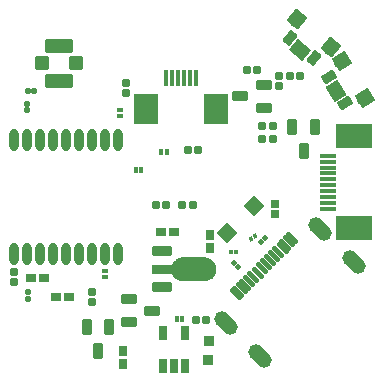
<source format=gbs>
G04 Layer: BottomSolderMaskLayer*
G04 Panelize: , Column: 1, Row: 1, Board Size: 35.35mm x 33.79mm, Panelized Board Size: 35.35mm x 33.79mm*
G04 EasyEDA v6.5.34, 2023-08-25 09:09:34*
G04 d93e2c1bc76747fc85efea62cec83403,9a4ed40c0dd746429eaf55b84663d2fb,10*
G04 Gerber Generator version 0.2*
G04 Scale: 100 percent, Rotated: No, Reflected: No *
G04 Dimensions in millimeters *
G04 leading zeros omitted , absolute positions ,4 integer and 5 decimal *
%FSLAX45Y45*%
%MOMM*%

%AMMACRO1*1,1,$1,$2,$3*1,1,$1,$4,$5*1,1,$1,0-$2,0-$3*1,1,$1,0-$4,0-$5*20,1,$1,$2,$3,$4,$5,0*20,1,$1,$4,$5,0-$2,0-$3,0*20,1,$1,0-$2,0-$3,0-$4,0-$5,0*20,1,$1,0-$4,0-$5,$2,$3,0*4,1,4,$2,$3,$4,$5,0-$2,0-$3,0-$4,0-$5,$2,$3,0*%
%AMMACRO2*1,1,$1,$2,$3*1,1,$1,$4,$5*20,1,$1,$2,$3,$4,$5,0*%
%ADD10MACRO1,0.1016X0.6519X-0.0054X0.2809X0.5883*%
%ADD11MACRO1,0.1016X0.8374X-0.3022X0.0955X0.8851*%
%ADD12MACRO1,0.1016X0.8135X-0.1697X0.2041X0.8056*%
%ADD13C,0.9000*%
%ADD14MACRO1,0.1X0.15X0.625X-0.15X0.625*%
%ADD15MACRO1,0.1X1X1.25X-1X1.25*%
%ADD16MACRO1,0.1016X-1.1X-0.55X1.1X-0.55*%
%ADD17MACRO1,0.1016X0.5X-0.525X0.5X0.525*%
%ADD18MACRO1,0.1016X-0.7875X-0.336X-0.7875X0.336*%
%ADD19MACRO1,0.1016X-0.2829X0.4948X-0.4948X0.2829*%
%ADD20MACRO1,0.1016X-0.282X0.4957X-0.4957X0.282*%
%ADD21MACRO2,1.3016X-0.3535X0.3535X0.3535X-0.3535*%
%ADD22MACRO1,0.1016X-0.65X0.15X-0.65X-0.15*%
%ADD23R,1.4016X0.4016*%
%ADD24R,3.1016X2.1016*%
%ADD25MACRO1,0.1016X-1.5X1X-1.5X-1*%
%ADD26MACRO1,0.1X-0.3X0.25X-0.3X-0.25*%
%ADD27MACRO1,0.1X-0.1832X0.0167X-0.0026X-0.184*%
%ADD28MACRO1,0.1016X0X-0.8485X0.8485X0*%
%ADD29MACRO1,0.1X0.125X-0.135X0.125X0.135*%
%ADD30MACRO1,0.1016X0.2828X-0.27X0.2828X0.27*%
%ADD31MACRO1,0.1016X-0.2828X-0.27X-0.2828X0.27*%
%ADD32MACRO1,0.1016X0.6216X0.1964X0.0854X0.6463*%
%ADD33MACRO1,0.1016X0.6217X0.1964X0.0854X0.6463*%
%ADD34MACRO1,0.1016X0.8898X-0.0286X-0.1827X0.8713*%
%ADD35MACRO1,0.1016X0.8261X0.09X-0.0548X0.8292*%
%ADD36O,0.8015985999999999X1.8745962*%
%ADD37MACRO1,0.1016X-0.4X-0.4X0.4X-0.4*%
%ADD38MACRO1,0.1016X0.27X0.395X-0.27X0.395*%
%ADD39MACRO1,0.1016X0.27X-0.395X-0.27X-0.395*%
%ADD40MACRO1,0.1016X0.1516X-0.162X0.1516X0.162*%
%ADD41MACRO1,0.1016X-0.1516X-0.162X-0.1516X0.162*%
%ADD42MACRO1,0.1016X-0.162X-0.1516X0.162X-0.1516*%
%ADD43MACRO1,0.1016X-0.162X0.1516X0.162X0.1516*%
%ADD44MACRO1,0.1016X0.27X0.2828X-0.27X0.2828*%
%ADD45MACRO1,0.1016X0.27X-0.2828X-0.27X-0.2828*%
%ADD46MACRO1,0.1016X-0.27X-0.2828X0.27X-0.2828*%
%ADD47MACRO1,0.1016X-0.27X0.2828X0.27X0.2828*%
%ADD48MACRO1,0.1016X-0.162X-0.1842X0.162X-0.1842*%
%ADD49MACRO1,0.1016X-0.162X0.1842X0.162X0.1842*%
%ADD50MACRO1,0.1016X-0.1842X0.162X-0.1842X-0.162*%
%ADD51MACRO1,0.1016X0.1842X0.162X0.1842X-0.162*%
%ADD52MACRO1,0.1016X-0.2217X0.0074X0.0074X-0.2217*%
%ADD53MACRO1,0.1016X-0.0074X0.2217X0.2217X-0.0074*%
%ADD54MACRO1,0.1016X-0.0074X-0.2217X0.2217X0.0074*%
%ADD55MACRO1,0.1016X-0.2217X-0.0074X0.0074X0.2217*%
%ADD56MACRO1,0.1016X0.35X-0.625X0.35X0.625*%
%ADD57MACRO1,0.1016X-0.395X0.27X-0.395X-0.27*%
%ADD58MACRO1,0.1016X0.395X0.27X0.395X-0.27*%
%ADD59MACRO1,0.1016X-0.27X-0.395X0.27X-0.395*%
%ADD60MACRO1,0.1016X-0.27X0.395X0.27X0.395*%
%ADD61MACRO1,0.1016X-0.625X-0.35X0.625X-0.35*%
%ADD62MACRO1,0.1016X0.395X-0.27X0.395X0.27*%
%ADD63MACRO1,0.1016X-0.395X-0.27X-0.395X0.27*%
%ADD64MACRO1,0.1016X0.625X0.35X-0.625X0.35*%
%ADD65MACRO1,0.1016X-0.2828X0.27X-0.2828X-0.27*%
%ADD66MACRO1,0.1016X0.2828X0.27X0.2828X-0.27*%
%ADD67MACRO1,0.1016X0.3111X-0.5524X-0.3111X-0.5524*%
%ADD68C,0.0130*%

%LPD*%
D10*
G01*
X647710Y535039D03*
G01*
X507281Y759772D03*
D11*
G01*
X564774Y639457D03*
D12*
G01*
X815458Y577955D03*
G01*
X619389Y891731D03*
D13*
G01*
X790674Y562470D03*
G01*
X594611Y876236D03*
D14*
G01*
X-619912Y746848D03*
G01*
X-669912Y746848D03*
G01*
X-719912Y746848D03*
G01*
X-769912Y746848D03*
G01*
X-819911Y746848D03*
G01*
X-869911Y746848D03*
D15*
G01*
X-450910Y489343D03*
G01*
X-1038905Y489343D03*
D16*
G01*
X-1773928Y722245D03*
D17*
G01*
X-1631441Y872247D03*
D16*
G01*
X-1773930Y1022247D03*
D17*
G01*
X-1916435Y872247D03*
D18*
G01*
X-907602Y-1020063D03*
G01*
X-907602Y-720064D03*
G36*
X-729236Y-970140D02*
G01*
X-738380Y-969632D01*
X-743206Y-969124D01*
X-747778Y-968362D01*
X-752350Y-967346D01*
X-756922Y-966076D01*
X-761240Y-964806D01*
X-765812Y-963028D01*
X-770130Y-961250D01*
X-774194Y-959218D01*
X-778512Y-957186D01*
X-782322Y-954646D01*
X-786386Y-952106D01*
X-790196Y-949312D01*
X-797308Y-943216D01*
X-803912Y-936612D01*
X-806960Y-933056D01*
X-809754Y-929246D01*
X-812294Y-925436D01*
X-814834Y-921372D01*
X-817120Y-917308D01*
X-819660Y-912736D01*
X-820676Y-908164D01*
X-991364Y-908164D01*
X-991364Y-832218D01*
X-820676Y-832218D01*
X-819660Y-827392D01*
X-817120Y-822820D01*
X-814834Y-818756D01*
X-812294Y-814692D01*
X-809754Y-810882D01*
X-806960Y-807326D01*
X-803912Y-803770D01*
X-800610Y-800214D01*
X-797308Y-796912D01*
X-790196Y-790816D01*
X-786386Y-788022D01*
X-782322Y-785482D01*
X-778512Y-783196D01*
X-774194Y-780910D01*
X-770130Y-778878D01*
X-765812Y-777100D01*
X-761240Y-775322D01*
X-756922Y-774052D01*
X-752350Y-772782D01*
X-747778Y-771766D01*
X-743206Y-771004D01*
X-738380Y-770496D01*
X-729236Y-769988D01*
X-543562Y-769988D01*
X-538990Y-770242D01*
X-534164Y-770496D01*
X-529592Y-771004D01*
X-525020Y-771766D01*
X-520448Y-772782D01*
X-511304Y-775322D01*
X-502668Y-778878D01*
X-498350Y-780910D01*
X-490222Y-785482D01*
X-486412Y-788022D01*
X-482602Y-790816D01*
X-475490Y-796912D01*
X-472188Y-800214D01*
X-468886Y-803770D01*
X-465838Y-807326D01*
X-463044Y-810882D01*
X-460250Y-814692D01*
X-457964Y-818756D01*
X-455424Y-822820D01*
X-453392Y-826884D01*
X-451360Y-831202D01*
X-449836Y-835520D01*
X-448312Y-840092D01*
X-445772Y-849236D01*
X-444248Y-858380D01*
X-443994Y-862952D01*
X-443740Y-867778D01*
X-443740Y-872350D01*
X-443994Y-877176D01*
X-444248Y-881748D01*
X-445010Y-886320D01*
X-445772Y-891146D01*
X-447042Y-895718D01*
X-448312Y-900036D01*
X-449836Y-904608D01*
X-451360Y-908926D01*
X-453392Y-913244D01*
X-455424Y-917308D01*
X-457964Y-921372D01*
X-460250Y-925436D01*
X-465838Y-933056D01*
X-468886Y-936612D01*
X-475490Y-943216D01*
X-482602Y-949312D01*
X-486412Y-952106D01*
X-490222Y-954646D01*
X-494286Y-957186D01*
X-498350Y-959218D01*
X-502668Y-961250D01*
X-511304Y-964806D01*
X-520448Y-967346D01*
X-525020Y-968362D01*
X-529592Y-969124D01*
X-534164Y-969632D01*
X-538990Y-969886D01*
X-543562Y-970140D01*
G37*
D19*
G01*
X137370Y-666362D03*
G01*
X116177Y-687556D03*
G01*
X80794Y-722938D03*
D20*
G01*
X45501Y-758230D03*
D19*
G01*
X10209Y-793523D03*
G01*
X-25172Y-828906D03*
G01*
X-60554Y-864288D03*
G01*
X-95937Y-899670D03*
G01*
X-131319Y-935052D03*
G01*
X-166701Y-970434D03*
D20*
G01*
X-201993Y-1005726D03*
D19*
G01*
X-223276Y-1027010D03*
G01*
X172753Y-630980D03*
G01*
X193945Y-609787D03*
G01*
X-258479Y-1062212D03*
D20*
G01*
X-279763Y-1083495D03*
D21*
G01*
X435861Y-530593D03*
G01*
X718690Y-813447D03*
G01*
X-358904Y-1325359D03*
G01*
X-76075Y-1608213D03*
D22*
G01*
X502666Y90449D03*
G01*
X502666Y40449D03*
G01*
X502666Y-9550D03*
D23*
G01*
X502663Y-59550D03*
D22*
G01*
X502666Y-109550D03*
G01*
X502666Y-159550D03*
G01*
X502666Y-209550D03*
G01*
X502666Y-259549D03*
G01*
X502666Y-309549D03*
D23*
G01*
X502663Y-359549D03*
D24*
G01*
X722017Y-524548D03*
D25*
G01*
X722012Y255450D03*
D26*
G01*
X53286Y-400617D03*
G01*
X53286Y-320615D03*
D27*
G01*
X-147895Y-618394D03*
G01*
X-116371Y-590010D03*
D28*
G01*
X-124148Y-336637D03*
G01*
X-350422Y-562910D03*
D29*
G01*
X-278056Y-727392D03*
G01*
X-320474Y-727392D03*
D30*
G01*
X-54458Y233680D03*
D31*
G01*
X32106Y233680D03*
D32*
G01*
X379105Y915859D03*
D33*
G01*
X176103Y1086196D03*
D34*
G01*
X267962Y989537D03*
D35*
G01*
X525382Y1008510D03*
G01*
X241946Y1246341D03*
D13*
G01*
X506600Y986142D03*
G01*
X223161Y1223962D03*
D36*
G01*
X-1278562Y-739863D03*
G01*
X-1388569Y-739863D03*
G01*
X-1498577Y-739863D03*
G01*
X-1608559Y-739863D03*
G01*
X-1718566Y-739863D03*
G01*
X-1828573Y-739863D03*
G01*
X-1938555Y-739863D03*
G01*
X-2048563Y-739863D03*
G01*
X-2158570Y-739863D03*
G01*
X-2158570Y222440D03*
G01*
X-2048563Y222440D03*
G01*
X-1938555Y222440D03*
G01*
X-1828573Y222440D03*
G01*
X-1718566Y222440D03*
G01*
X-1608559Y222440D03*
G01*
X-1498577Y222440D03*
G01*
X-1388569Y222440D03*
G01*
X-1278562Y222440D03*
D37*
G01*
X-511380Y-1641594D03*
G01*
X-510679Y-1481693D03*
D38*
G01*
X-500941Y-692236D03*
D39*
G01*
X-500941Y-583224D03*
D40*
G01*
X-1128295Y-27800D03*
D41*
G01*
X-1079985Y-27800D03*
D42*
G01*
X-1257556Y473875D03*
D43*
G01*
X-1257556Y425564D03*
D44*
G01*
X-1206045Y619466D03*
D45*
G01*
X-1206045Y706032D03*
D40*
G01*
X-909652Y117919D03*
D41*
G01*
X-861341Y117919D03*
D30*
G01*
X-955579Y-322900D03*
D31*
G01*
X-869014Y-322900D03*
D30*
G01*
X-618900Y-1303464D03*
D31*
G01*
X-532334Y-1303464D03*
D30*
G01*
X175919Y765810D03*
D31*
G01*
X262484Y765810D03*
D46*
G01*
X-2155243Y-895437D03*
D47*
G01*
X-2155243Y-982003D03*
D48*
G01*
X-2037641Y-1064714D03*
D49*
G01*
X-2037641Y-1119558D03*
D50*
G01*
X-1988121Y639889D03*
D51*
G01*
X-2042965Y639889D03*
D42*
G01*
X-1388417Y-887387D03*
D43*
G01*
X-1388417Y-935697D03*
D52*
G01*
X-30217Y-607950D03*
D53*
G01*
X-64377Y-642110D03*
D54*
G01*
X-293740Y-816230D03*
D55*
G01*
X-259577Y-850390D03*
D30*
G01*
X-731297Y-324932D03*
D31*
G01*
X-644732Y-324932D03*
D56*
G01*
X199844Y331203D03*
G01*
X389835Y331203D03*
G01*
X294839Y131203D03*
D40*
G01*
X-781636Y-1295082D03*
D41*
G01*
X-733325Y-1295082D03*
D57*
G01*
X-803305Y-551878D03*
D58*
G01*
X-912317Y-551878D03*
D59*
G01*
X-1230884Y-1563474D03*
D60*
G01*
X-1230884Y-1672485D03*
D61*
G01*
X-45087Y688149D03*
G01*
X-45087Y498158D03*
G01*
X-245087Y593154D03*
D48*
G01*
X-2046277Y530913D03*
D49*
G01*
X-2046277Y476069D03*
D62*
G01*
X-2016455Y-944816D03*
D63*
G01*
X-1907443Y-944816D03*
D57*
G01*
X-1691289Y-1103566D03*
D58*
G01*
X-1800301Y-1103566D03*
D56*
G01*
X-1542341Y-1361452D03*
G01*
X-1352350Y-1361452D03*
G01*
X-1447346Y-1561452D03*
D64*
G01*
X-1187310Y-1316530D03*
G01*
X-1187310Y-1126539D03*
G01*
X-987310Y-1221535D03*
D44*
G01*
X-1497891Y-1147865D03*
D45*
G01*
X-1497891Y-1061299D03*
D30*
G01*
X-184306Y817943D03*
D31*
G01*
X-97740Y817943D03*
D30*
G01*
X-687172Y141986D03*
D31*
G01*
X-600607Y141986D03*
D65*
G01*
X32360Y341630D03*
D66*
G01*
X-54204Y341630D03*
D46*
G01*
X86106Y768960D03*
D47*
G01*
X86106Y682395D03*
D67*
G01*
X-896873Y-1687830D03*
G01*
X-801872Y-1687830D03*
G01*
X-706876Y-1687830D03*
G01*
X-706871Y-1408430D03*
G01*
X-896873Y-1408430D03*
M02*

</source>
